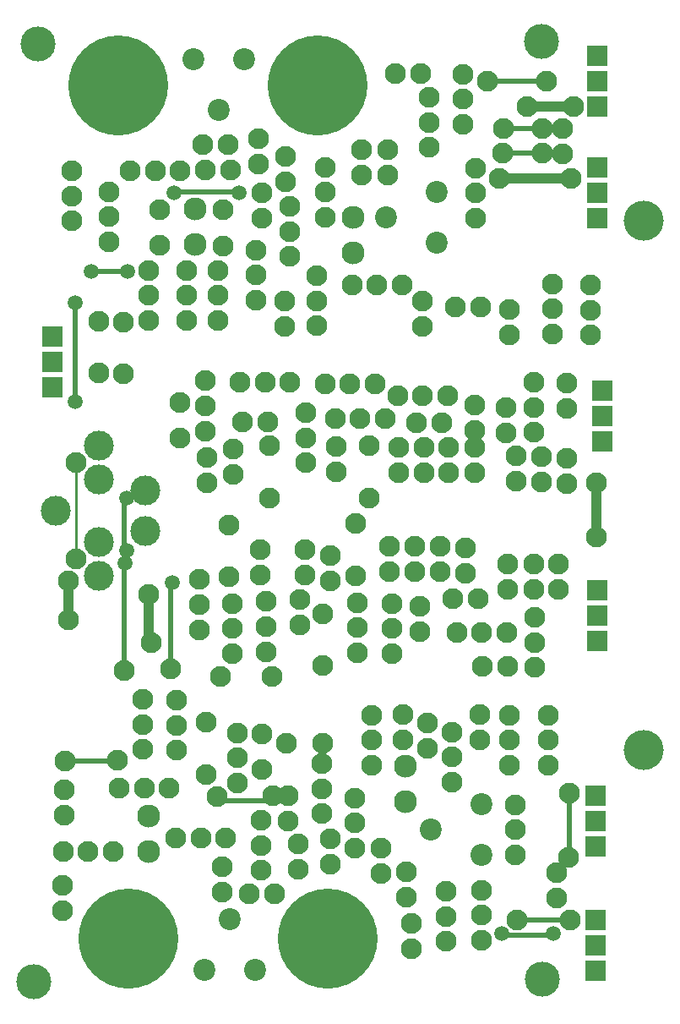
<source format=gbr>
G04 #@! TF.FileFunction,Copper,L1,Top,Signal*
%FSLAX46Y46*%
G04 Gerber Fmt 4.6, Leading zero omitted, Abs format (unit mm)*
G04 Created by KiCad (PCBNEW 4.0.7) date Tuesday, August 03, 2021 'PMt' 04:14:27 PM*
%MOMM*%
%LPD*%
G01*
G04 APERTURE LIST*
%ADD10C,0.100000*%
%ADD11C,2.100000*%
%ADD12C,3.000000*%
%ADD13R,2.100000X2.100000*%
%ADD14C,2.300000*%
%ADD15C,2.200000*%
%ADD16C,10.000000*%
%ADD17C,4.000000*%
%ADD18C,3.500000*%
%ADD19C,1.500000*%
%ADD20C,0.500000*%
%ADD21C,1.000000*%
%ADD22C,0.250000*%
G04 APERTURE END LIST*
D10*
D11*
X211400000Y-103430000D03*
X211400000Y-105970000D03*
X195700000Y-93730000D03*
X195700000Y-96270000D03*
X199170000Y-91000000D03*
X196630000Y-91000000D03*
X198400000Y-103830000D03*
X198400000Y-106370000D03*
X202400000Y-111370000D03*
X202400000Y-108830000D03*
X202200000Y-133280000D03*
X202200000Y-135820000D03*
X201200000Y-128430000D03*
X201200000Y-130970000D03*
X215150000Y-121180000D03*
X215150000Y-123720000D03*
X212750000Y-120330000D03*
X212750000Y-122870000D03*
X213050000Y-136080000D03*
X213050000Y-138620000D03*
X210550000Y-133680000D03*
X210550000Y-136220000D03*
D12*
X177950000Y-99900000D03*
X186850000Y-101900000D03*
X186850000Y-97900000D03*
X182200000Y-103000000D03*
X182200000Y-106400000D03*
X182200000Y-93400000D03*
X182200000Y-96800000D03*
D11*
X203000000Y-95100000D03*
X203000000Y-92600000D03*
X203000000Y-90100000D03*
X201400000Y-87000000D03*
X198900000Y-87000000D03*
X196400000Y-87000000D03*
X192900000Y-86900000D03*
X192900000Y-89400000D03*
X192900000Y-91900000D03*
X204900000Y-87200000D03*
X207400000Y-87200000D03*
X209900000Y-87200000D03*
X205900000Y-90700000D03*
X208400000Y-90700000D03*
X210900000Y-90700000D03*
X212200000Y-88400000D03*
X214700000Y-88400000D03*
X217200000Y-88400000D03*
X225806000Y-87035000D03*
X225806000Y-89535000D03*
X225806000Y-92035000D03*
X199000000Y-114000000D03*
X199000000Y-111500000D03*
X199000000Y-109000000D03*
X195600000Y-114200000D03*
X195600000Y-111700000D03*
X195600000Y-109200000D03*
X192300000Y-111800000D03*
X192300000Y-109300000D03*
X192300000Y-106800000D03*
X211600000Y-114200000D03*
X211600000Y-111700000D03*
X211600000Y-109200000D03*
X208100000Y-114100000D03*
X208100000Y-111600000D03*
X208100000Y-109100000D03*
X223100000Y-112100000D03*
X220600000Y-112100000D03*
X218100000Y-112100000D03*
X225900000Y-115600000D03*
X225900000Y-113100000D03*
X225900000Y-110600000D03*
X183650000Y-134000000D03*
X181150000Y-134000000D03*
X178650000Y-134000000D03*
X186600000Y-118800000D03*
X186600000Y-121300000D03*
X186600000Y-123800000D03*
X194950000Y-132700000D03*
X192450000Y-132700000D03*
X189950000Y-132700000D03*
X190050000Y-118900000D03*
X190050000Y-121400000D03*
X190050000Y-123900000D03*
X184300000Y-127650000D03*
X186800000Y-127650000D03*
X189300000Y-127650000D03*
X196100000Y-127150000D03*
X196100000Y-124650000D03*
X196100000Y-122150000D03*
X198500000Y-130900000D03*
X198500000Y-133400000D03*
X198500000Y-135900000D03*
X204550000Y-130250000D03*
X204550000Y-127750000D03*
X204550000Y-125250000D03*
X209550000Y-120350000D03*
X209550000Y-122850000D03*
X209550000Y-125350000D03*
X207900000Y-128650000D03*
X207900000Y-131150000D03*
X207900000Y-133650000D03*
X217650000Y-122050000D03*
X217650000Y-124550000D03*
X217650000Y-127050000D03*
X220550000Y-142900000D03*
X220550000Y-140400000D03*
X220550000Y-137900000D03*
X223400000Y-125350000D03*
X223400000Y-122850000D03*
X223400000Y-120350000D03*
X217050000Y-143000000D03*
X217050000Y-140500000D03*
X217050000Y-138000000D03*
X223950000Y-129350000D03*
X223950000Y-131850000D03*
X223950000Y-134350000D03*
X227300000Y-125350000D03*
X227300000Y-122850000D03*
X227300000Y-120350000D03*
D13*
X232000000Y-140860000D03*
X232000000Y-143400000D03*
X232000000Y-145940000D03*
X232000000Y-128460000D03*
X232000000Y-131000000D03*
X232000000Y-133540000D03*
D11*
X206000000Y-93430000D03*
X206000000Y-95970000D03*
X214030000Y-91100000D03*
X216570000Y-91100000D03*
X229108000Y-87122000D03*
X229108000Y-89662000D03*
X217300000Y-93530000D03*
X217300000Y-96070000D03*
X219900000Y-89330000D03*
X219900000Y-91870000D03*
X223000000Y-89530000D03*
X223000000Y-92070000D03*
X193100000Y-94530000D03*
X193100000Y-97070000D03*
X214400000Y-109430000D03*
X214400000Y-111970000D03*
X213900000Y-103430000D03*
X213900000Y-105970000D03*
X220630000Y-115500000D03*
X223170000Y-115500000D03*
X216400000Y-103430000D03*
X216400000Y-105970000D03*
X219000000Y-103630000D03*
X219000000Y-106170000D03*
X205400000Y-104430000D03*
X205400000Y-106970000D03*
X202900000Y-103830000D03*
X202900000Y-106370000D03*
X178750000Y-127830000D03*
X178750000Y-130370000D03*
X194600000Y-138120000D03*
X194600000Y-135580000D03*
D14*
X187250000Y-134050000D03*
X187250000Y-130450000D03*
D11*
X205400000Y-135270000D03*
X205400000Y-132730000D03*
D14*
X213000000Y-129050000D03*
X213000000Y-125450000D03*
D11*
X220450000Y-122870000D03*
X220450000Y-120330000D03*
X213600000Y-143770000D03*
X213600000Y-141230000D03*
X199870000Y-138250000D03*
X197330000Y-138250000D03*
X178550000Y-137380000D03*
X178550000Y-139920000D03*
D15*
X220600000Y-129260000D03*
X220600000Y-134340000D03*
X215520000Y-131800000D03*
X197890000Y-145900000D03*
X192810000Y-145900000D03*
X195350000Y-140820000D03*
D11*
X198200000Y-65170000D03*
X198200000Y-62630000D03*
X198600000Y-70570000D03*
X198600000Y-68030000D03*
X220470000Y-79500000D03*
X217930000Y-79500000D03*
X223400000Y-82270000D03*
X223400000Y-79730000D03*
X208600000Y-66270000D03*
X208600000Y-63730000D03*
X211200000Y-63730000D03*
X211200000Y-66270000D03*
D13*
X177550000Y-87540000D03*
X177550000Y-85000000D03*
X177550000Y-82460000D03*
D11*
X179500000Y-65900000D03*
X179500000Y-68400000D03*
X179500000Y-70900000D03*
X187250000Y-80850000D03*
X187250000Y-78350000D03*
X187250000Y-75850000D03*
X190400000Y-65850000D03*
X187900000Y-65850000D03*
X185400000Y-65850000D03*
X191050000Y-80850000D03*
X191050000Y-78350000D03*
X191050000Y-75850000D03*
X183250000Y-67950000D03*
X183250000Y-70450000D03*
X183250000Y-72950000D03*
X194200000Y-75850000D03*
X194200000Y-78350000D03*
X194200000Y-80850000D03*
X198000000Y-78800000D03*
X198000000Y-76300000D03*
X198000000Y-73800000D03*
X201400000Y-69450000D03*
X201400000Y-71950000D03*
X201400000Y-74450000D03*
X204100000Y-81400000D03*
X204100000Y-78900000D03*
X204100000Y-76400000D03*
X204900000Y-70500000D03*
X204900000Y-68000000D03*
X204900000Y-65500000D03*
X212600000Y-77300000D03*
X210100000Y-77300000D03*
X207600000Y-77300000D03*
X218700000Y-56200000D03*
X218700000Y-58700000D03*
X218700000Y-61200000D03*
X231500000Y-77300000D03*
X231500000Y-79800000D03*
X231500000Y-82300000D03*
X215300000Y-58500000D03*
X215300000Y-61000000D03*
X215300000Y-63500000D03*
X220000000Y-70600000D03*
X220000000Y-68100000D03*
X220000000Y-65600000D03*
X227700000Y-77200000D03*
X227700000Y-79700000D03*
X227700000Y-82200000D03*
D13*
X232156000Y-54356000D03*
X232156000Y-56896000D03*
X232156000Y-59436000D03*
X232156000Y-65532000D03*
X232156000Y-68072000D03*
X232156000Y-70612000D03*
D14*
X191900000Y-69650000D03*
X191900000Y-73250000D03*
D11*
X200900000Y-78930000D03*
X200900000Y-81470000D03*
X200950000Y-64430000D03*
X200950000Y-66970000D03*
D14*
X207700000Y-70500000D03*
X207700000Y-74100000D03*
D11*
X214700000Y-78930000D03*
X214700000Y-81470000D03*
X211930000Y-56100000D03*
X214470000Y-56100000D03*
X195220000Y-63250000D03*
X192680000Y-63250000D03*
D15*
X216100000Y-67960000D03*
X216100000Y-73040000D03*
X211020000Y-70500000D03*
X191710000Y-54700000D03*
X196790000Y-54700000D03*
X194250000Y-59780000D03*
D13*
X232664000Y-87884000D03*
X232664000Y-90424000D03*
X232664000Y-92964000D03*
X232200000Y-107860000D03*
X232200000Y-110400000D03*
X232200000Y-112940000D03*
D16*
X205200000Y-142700000D03*
X185200000Y-142700000D03*
X204200000Y-57300000D03*
X184200000Y-57300000D03*
D11*
X214800000Y-93530000D03*
X214800000Y-96070000D03*
X228700000Y-61630000D03*
X228700000Y-64170000D03*
X219900000Y-93530000D03*
X219900000Y-96070000D03*
X229108000Y-97155000D03*
X229108000Y-94615000D03*
X220270000Y-108700000D03*
X217730000Y-108700000D03*
X228300000Y-107770000D03*
X228300000Y-105230000D03*
X226568000Y-97028000D03*
X226568000Y-94488000D03*
X224028000Y-96901000D03*
X224028000Y-94361000D03*
X223200000Y-107770000D03*
X223200000Y-105230000D03*
X225800000Y-107770000D03*
X225800000Y-105230000D03*
X228100000Y-138670000D03*
X228100000Y-136130000D03*
X212300000Y-93530000D03*
X212300000Y-96070000D03*
X199300000Y-98600000D03*
X199300000Y-93400000D03*
X190400000Y-89050000D03*
X190400000Y-92650000D03*
X209300000Y-98600000D03*
X209300000Y-93400000D03*
X208000000Y-106400000D03*
X208000000Y-101200000D03*
X195300000Y-106500000D03*
X195300000Y-101300000D03*
X204700000Y-110200000D03*
X204700000Y-115400000D03*
X194400000Y-116500000D03*
X199600000Y-116500000D03*
X194700000Y-69800000D03*
X194700000Y-73400000D03*
X182200000Y-80900000D03*
X182200000Y-86100000D03*
X188350000Y-69750000D03*
X188350000Y-73350000D03*
X184700000Y-81000000D03*
X184700000Y-86200000D03*
X195470000Y-65800000D03*
X192930000Y-65800000D03*
X198600000Y-125850000D03*
X198600000Y-122250000D03*
X204650000Y-123150000D03*
X201050000Y-123150000D03*
X193000000Y-126300000D03*
X193000000Y-121100000D03*
D17*
X236850000Y-70900000D03*
X236850000Y-123900000D03*
D18*
X176100000Y-53200000D03*
X175700000Y-147100000D03*
X226700000Y-146800000D03*
X226600000Y-52900000D03*
D19*
X189800000Y-68050000D03*
X196250000Y-68050000D03*
X189600000Y-107100000D03*
D11*
X189450000Y-115750000D03*
X187450000Y-113150000D03*
X187250000Y-108300000D03*
X225200000Y-59400000D03*
X229800000Y-59400000D03*
D19*
X181450000Y-75950000D03*
X185150000Y-75900000D03*
D11*
X221200000Y-56900000D03*
X227100000Y-56900000D03*
X222400000Y-66600000D03*
X229600000Y-66600000D03*
D19*
X227800000Y-142200000D03*
X222650000Y-142200000D03*
D11*
X222800000Y-61600000D03*
X226700000Y-61600000D03*
X229350000Y-128150000D03*
X229300000Y-134650000D03*
X226700000Y-64100000D03*
X222700000Y-64100000D03*
X232100000Y-97100000D03*
X232100000Y-102500000D03*
X199650000Y-128450000D03*
X194100000Y-128500000D03*
X179150000Y-110800000D03*
X179150000Y-106950000D03*
X179950000Y-104700000D03*
X179950000Y-95100000D03*
D19*
X179850000Y-88950000D03*
X179850000Y-79100000D03*
D11*
X184800000Y-115900000D03*
X178850000Y-124950000D03*
X184100000Y-124900000D03*
D19*
X184850000Y-105150000D03*
X185000000Y-98650000D03*
X185050000Y-103850000D03*
D11*
X224150000Y-140850000D03*
X229450000Y-140850000D03*
D20*
X189800000Y-68050000D02*
X189850000Y-68000000D01*
X189850000Y-68000000D02*
X196200000Y-68000000D01*
X196200000Y-68000000D02*
X196250000Y-68050000D01*
X189600000Y-107100000D02*
X189450000Y-107250000D01*
X189450000Y-107250000D02*
X189600000Y-107250000D01*
X189600000Y-107250000D02*
X189450000Y-107250000D01*
X189400000Y-106850000D02*
X189450000Y-106900000D01*
X189450000Y-106900000D02*
X189450000Y-107250000D01*
X189450000Y-107250000D02*
X189450000Y-115750000D01*
D21*
X187450000Y-113150000D02*
X187250000Y-112950000D01*
X187250000Y-112950000D02*
X187250000Y-108300000D01*
X229800000Y-59400000D02*
X225200000Y-59400000D01*
D20*
X181150000Y-75950000D02*
X181450000Y-75950000D01*
X185150000Y-75900000D02*
X185100000Y-75950000D01*
X185100000Y-75950000D02*
X181150000Y-75950000D01*
X222200000Y-56900000D02*
X221200000Y-56900000D01*
X227100000Y-56900000D02*
X222200000Y-56900000D01*
D21*
X224600000Y-66600000D02*
X222400000Y-66600000D01*
X229600000Y-66600000D02*
X224600000Y-66600000D01*
D20*
X227800000Y-142200000D02*
X227600000Y-142400000D01*
X227600000Y-142400000D02*
X222850000Y-142400000D01*
X222850000Y-142400000D02*
X222650000Y-142200000D01*
X226700000Y-61600000D02*
X222800000Y-61600000D01*
X229350000Y-129300000D02*
X229350000Y-128150000D01*
X229300000Y-134650000D02*
X229350000Y-134600000D01*
X229350000Y-134600000D02*
X229350000Y-129300000D01*
X229350000Y-129300000D02*
X229350000Y-129150000D01*
X226700000Y-64100000D02*
X222700000Y-64100000D01*
D21*
X232100000Y-102500000D02*
X232100000Y-97100000D01*
D20*
X199650000Y-128450000D02*
X199150000Y-128950000D01*
X199150000Y-128950000D02*
X194550000Y-128950000D01*
X194550000Y-128950000D02*
X194100000Y-128500000D01*
D21*
X179150000Y-106950000D02*
X179150000Y-110800000D01*
D22*
X179950000Y-95100000D02*
X179950000Y-104700000D01*
D20*
X179850000Y-88950000D02*
X179850000Y-79100000D01*
X184800000Y-114800000D02*
X184800000Y-115900000D01*
X184050000Y-124950000D02*
X178850000Y-124950000D01*
X184100000Y-124900000D02*
X184050000Y-124950000D01*
X184850000Y-105150000D02*
X184800000Y-105200000D01*
X184800000Y-105200000D02*
X184800000Y-114800000D01*
X185000000Y-98650000D02*
X184800000Y-98850000D01*
X184800000Y-98850000D02*
X184800000Y-103600000D01*
X184800000Y-103600000D02*
X185050000Y-103850000D01*
X224650000Y-140850000D02*
X224150000Y-140850000D01*
X229450000Y-140850000D02*
X224650000Y-140850000D01*
M02*

</source>
